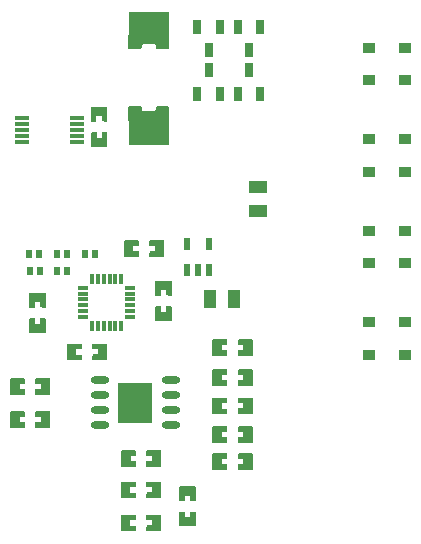
<source format=gbp>
G04 Layer: BottomPasteMaskLayer*
G04 EasyEDA Pro v2.2.45.4, 2026-01-20 19:36:07*
G04 Gerber Generator version 0.3*
G04 Scale: 100 percent, Rotated: No, Reflected: No*
G04 Dimensions in millimeters*
G04 Leading zeros omitted, absolute positions, 4 integers and 5 decimals*
G04 Generated by one-click*
%FSLAX45Y45*%
%MOMM*%
%ADD10R,3.5X2.0*%
%ADD11R,1.0X1.55001*%
%ADD12R,0.7X1.25001*%
%ADD13O,1.6X0.6*%
%ADD14R,2.99999X3.49999*%
%ADD15R,0.3X0.9*%
%ADD16R,0.9X0.3*%
%ADD17R,0.6X1.0*%
%ADD18R,1.3X0.3*%
%ADD19R,0.6047X0.64999*%
%ADD20R,0.59995X0.64999*%
%ADD21R,1.55001X1.0*%
%ADD22R,1.0X0.85001*%
G75*


G04 PolygonModel Start*
G36*
G01X2158500Y-462102D02*
G01X2286498Y-462102D01*
G01X2291499Y-457101D01*
G01X2291499Y-342100D01*
G01X2286498Y-337101D01*
G01X2245495Y-336598D01*
G01X2245495Y-381599D01*
G01X2200496Y-381599D01*
G01X2200496Y-337599D01*
G01X2158500Y-337101D01*
G01X2153498Y-342100D01*
G01X2153498Y-457101D01*
G01X2158500Y-462102D01*
G37*
G36*
G01X2158500Y-247101D02*
G01X2200496Y-247099D01*
G01X2200496Y-202601D01*
G01X2245495Y-202601D01*
G01X2245495Y-246598D01*
G01X2286498Y-247101D01*
G01X2291499Y-242100D01*
G01X2291499Y-127102D01*
G01X2286498Y-122100D01*
G01X2158500Y-122100D01*
G01X2153498Y-127102D01*
G01X2153498Y-242100D01*
G01X2158500Y-247101D01*
G37*
G36*
G01X1998802Y50300D02*
G01X1998802Y178298D01*
G01X1993801Y183299D01*
G01X1878800Y183299D01*
G01X1873801Y178298D01*
G01X1873298Y137295D01*
G01X1918299Y137295D01*
G01X1918299Y92296D01*
G01X1874299Y92296D01*
G01X1873801Y50300D01*
G01X1878800Y45298D01*
G01X1993801Y45298D01*
G01X1998802Y50300D01*
G37*
G36*
G01X1783801Y50300D02*
G01X1783799Y92296D01*
G01X1739301Y92296D01*
G01X1739301Y137295D01*
G01X1783298Y137295D01*
G01X1783801Y178298D01*
G01X1778800Y183299D01*
G01X1663802Y183299D01*
G01X1658800Y178298D01*
G01X1658800Y50300D01*
G01X1663802Y45298D01*
G01X1778800Y45298D01*
G01X1783801Y50300D01*
G37*
G36*
G01X1059002Y380500D02*
G01X1059002Y508498D01*
G01X1054001Y513499D01*
G01X939000Y513499D01*
G01X934001Y508498D01*
G01X933498Y467495D01*
G01X978499Y467495D01*
G01X978499Y422496D01*
G01X934499Y422496D01*
G01X934001Y380500D01*
G01X939000Y375498D01*
G01X1054001Y375498D01*
G01X1059002Y380500D01*
G37*
G36*
G01X844001Y380500D02*
G01X843999Y422496D01*
G01X799501Y422496D01*
G01X799501Y467495D01*
G01X843498Y467495D01*
G01X844001Y508498D01*
G01X839000Y513499D01*
G01X724002Y513499D01*
G01X719000Y508498D01*
G01X719000Y380500D01*
G01X724002Y375498D01*
G01X839000Y375498D01*
G01X844001Y380500D01*
G37*
G36*
G01X1059002Y659900D02*
G01X1059002Y787898D01*
G01X1054001Y792899D01*
G01X939000Y792899D01*
G01X934001Y787898D01*
G01X933498Y746895D01*
G01X978499Y746895D01*
G01X978499Y701896D01*
G01X934499Y701896D01*
G01X934001Y659900D01*
G01X939000Y654898D01*
G01X1054001Y654898D01*
G01X1059002Y659900D01*
G37*
G36*
G01X844001Y659900D02*
G01X843999Y701896D01*
G01X799501Y701896D01*
G01X799501Y746895D01*
G01X843498Y746895D01*
G01X844001Y787898D01*
G01X839000Y792899D01*
G01X724002Y792899D01*
G01X719000Y787898D01*
G01X719000Y659900D01*
G01X724002Y654898D01*
G01X839000Y654898D01*
G01X844001Y659900D01*
G37*
G36*
G01X2773998Y253500D02*
G01X2773998Y381498D01*
G01X2768996Y386499D01*
G01X2653995Y386499D01*
G01X2648996Y381498D01*
G01X2648494Y340495D01*
G01X2693495Y340495D01*
G01X2693495Y295496D01*
G01X2649494Y295496D01*
G01X2648996Y253500D01*
G01X2653995Y248498D01*
G01X2768996Y248498D01*
G01X2773998Y253500D01*
G37*
G36*
G01X2433003Y381500D02*
G01X2433003Y253502D01*
G01X2438004Y248501D01*
G01X2553005Y248501D01*
G01X2558004Y253502D01*
G01X2558506Y294505D01*
G01X2513505Y294505D01*
G01X2513505Y339504D01*
G01X2557506Y339504D01*
G01X2558004Y381500D01*
G01X2553005Y386502D01*
G01X2438004Y386502D01*
G01X2433003Y381500D01*
G37*
G36*
G01X1999298Y-216400D02*
G01X1999298Y-88402D01*
G01X1994296Y-83401D01*
G01X1879295Y-83401D01*
G01X1874296Y-88402D01*
G01X1873794Y-129405D01*
G01X1918795Y-129405D01*
G01X1918795Y-174404D01*
G01X1874794Y-174404D01*
G01X1874296Y-216400D01*
G01X1879295Y-221402D01*
G01X1994296Y-221402D01*
G01X1999298Y-216400D01*
G37*
G36*
G01X1658303Y-88400D02*
G01X1658303Y-216398D01*
G01X1663304Y-221399D01*
G01X1778305Y-221399D01*
G01X1783304Y-216398D01*
G01X1783806Y-175395D01*
G01X1738805Y-175395D01*
G01X1738805Y-130396D01*
G01X1782806Y-130396D01*
G01X1783304Y-88400D01*
G01X1778305Y-83398D01*
G01X1663304Y-83398D01*
G01X1658303Y-88400D01*
G37*
G36*
G01X2433003Y1118100D02*
G01X2433003Y990102D01*
G01X2438004Y985101D01*
G01X2553005Y985101D01*
G01X2558004Y990102D01*
G01X2558506Y1031105D01*
G01X2513505Y1031105D01*
G01X2513505Y1076104D01*
G01X2557506Y1076104D01*
G01X2558004Y1118100D01*
G01X2553005Y1123102D01*
G01X2438004Y1123102D01*
G01X2433003Y1118100D01*
G37*
G36*
G01X2773998Y990100D02*
G01X2773998Y1118098D01*
G01X2768996Y1123099D01*
G01X2653995Y1123099D01*
G01X2648996Y1118098D01*
G01X2648494Y1077095D01*
G01X2693495Y1077095D01*
G01X2693495Y1032096D01*
G01X2649494Y1032096D01*
G01X2648996Y990100D01*
G01X2653995Y985098D01*
G01X2768996Y985098D01*
G01X2773998Y990100D01*
G37*
G36*
G01X2773998Y494800D02*
G01X2773998Y622798D01*
G01X2768996Y627799D01*
G01X2653995Y627799D01*
G01X2648996Y622798D01*
G01X2648494Y581795D01*
G01X2693495Y581795D01*
G01X2693495Y536796D01*
G01X2649494Y536796D01*
G01X2648996Y494800D01*
G01X2653995Y489798D01*
G01X2768996Y489798D01*
G01X2773998Y494800D01*
G37*
G36*
G01X2433003Y622800D02*
G01X2433003Y494802D01*
G01X2438004Y489801D01*
G01X2553005Y489801D01*
G01X2558004Y494802D01*
G01X2558506Y535805D01*
G01X2513505Y535805D01*
G01X2513505Y580804D01*
G01X2557506Y580804D01*
G01X2558004Y622800D01*
G01X2553005Y627802D01*
G01X2438004Y627802D01*
G01X2433003Y622800D01*
G37*
G36*
G01X2773998Y736100D02*
G01X2773998Y864098D01*
G01X2768996Y869099D01*
G01X2653995Y869099D01*
G01X2648996Y864098D01*
G01X2648494Y823095D01*
G01X2693495Y823095D01*
G01X2693495Y778096D01*
G01X2649494Y778096D01*
G01X2648996Y736100D01*
G01X2653995Y731098D01*
G01X2768996Y731098D01*
G01X2773998Y736100D01*
G37*
G36*
G01X2433003Y864100D02*
G01X2433003Y736102D01*
G01X2438004Y731101D01*
G01X2553005Y731101D01*
G01X2558004Y736102D01*
G01X2558506Y777105D01*
G01X2513505Y777105D01*
G01X2513505Y822104D01*
G01X2557506Y822104D01*
G01X2558004Y864100D01*
G01X2553005Y869102D01*
G01X2438004Y869102D01*
G01X2433003Y864100D01*
G37*
G36*
G01X1683703Y1956300D02*
G01X1683703Y1828302D01*
G01X1688704Y1823301D01*
G01X1803705Y1823301D01*
G01X1808704Y1828302D01*
G01X1809206Y1869305D01*
G01X1764205Y1869305D01*
G01X1764205Y1914304D01*
G01X1808206Y1914304D01*
G01X1808704Y1956300D01*
G01X1803705Y1961302D01*
G01X1688704Y1961302D01*
G01X1683703Y1956300D01*
G37*
G36*
G01X2024698Y1828300D02*
G01X2024698Y1956298D01*
G01X2019696Y1961299D01*
G01X1904695Y1961299D01*
G01X1899696Y1956298D01*
G01X1899194Y1915295D01*
G01X1944195Y1915295D01*
G01X1944195Y1870296D01*
G01X1900194Y1870296D01*
G01X1899696Y1828300D01*
G01X1904695Y1823298D01*
G01X2019696Y1823298D01*
G01X2024698Y1828300D01*
G37*
G36*
G01X2773998Y24900D02*
G01X2773998Y152898D01*
G01X2768996Y157899D01*
G01X2653995Y157899D01*
G01X2648996Y152898D01*
G01X2648494Y111895D01*
G01X2693495Y111895D01*
G01X2693495Y66896D01*
G01X2649494Y66896D01*
G01X2648996Y24900D01*
G01X2653995Y19898D01*
G01X2768996Y19898D01*
G01X2773998Y24900D01*
G37*
G36*
G01X2433003Y152900D02*
G01X2433003Y24902D01*
G01X2438004Y19901D01*
G01X2553005Y19901D01*
G01X2558004Y24902D01*
G01X2558506Y65905D01*
G01X2513505Y65905D01*
G01X2513505Y110904D01*
G01X2557506Y110904D01*
G01X2558004Y152900D01*
G01X2553005Y157902D01*
G01X2438004Y157902D01*
G01X2433003Y152900D01*
G37*
G36*
G01X1016500Y1516698D02*
G01X888502Y1516698D01*
G01X883501Y1511696D01*
G01X883501Y1396695D01*
G01X888502Y1391696D01*
G01X929505Y1391194D01*
G01X929505Y1436195D01*
G01X974504Y1436195D01*
G01X974504Y1392194D01*
G01X1016500Y1391696D01*
G01X1021502Y1396695D01*
G01X1021502Y1511696D01*
G01X1016500Y1516698D01*
G37*
G36*
G01X888500Y1175703D02*
G01X1016498Y1175703D01*
G01X1021499Y1180704D01*
G01X1021499Y1295705D01*
G01X1016498Y1300704D01*
G01X975495Y1301206D01*
G01X975495Y1256205D01*
G01X930496Y1256205D01*
G01X930496Y1300206D01*
G01X888500Y1300704D01*
G01X883498Y1295705D01*
G01X883498Y1180704D01*
G01X888500Y1175703D01*
G37*
G36*
G01X1542098Y952000D02*
G01X1542098Y1079998D01*
G01X1537096Y1084999D01*
G01X1422095Y1084999D01*
G01X1417096Y1079998D01*
G01X1416594Y1038995D01*
G01X1461595Y1038995D01*
G01X1461595Y993996D01*
G01X1417594Y993996D01*
G01X1417096Y952000D01*
G01X1422095Y946998D01*
G01X1537096Y946998D01*
G01X1542098Y952000D01*
G37*
G36*
G01X1201103Y1080000D02*
G01X1201103Y952002D01*
G01X1206104Y947001D01*
G01X1321105Y947001D01*
G01X1326104Y952002D01*
G01X1326606Y993005D01*
G01X1281605Y993005D01*
G01X1281605Y1038004D01*
G01X1325606Y1038004D01*
G01X1326104Y1080000D01*
G01X1321105Y1085002D01*
G01X1206104Y1085002D01*
G01X1201103Y1080000D01*
G37*
G36*
G01X2083300Y1618298D02*
G01X1955302Y1618298D01*
G01X1950301Y1613296D01*
G01X1950301Y1498295D01*
G01X1955302Y1493296D01*
G01X1996305Y1492794D01*
G01X1996305Y1537795D01*
G01X2041304Y1537795D01*
G01X2041304Y1493794D01*
G01X2083300Y1493296D01*
G01X2088302Y1498295D01*
G01X2088302Y1613296D01*
G01X2083300Y1618298D01*
G37*
G36*
G01X1955300Y1277303D02*
G01X2083298Y1277303D01*
G01X2088299Y1282304D01*
G01X2088299Y1397305D01*
G01X2083298Y1402304D01*
G01X2042295Y1402806D01*
G01X2042295Y1357805D01*
G01X1997296Y1357805D01*
G01X1997296Y1401806D01*
G01X1955300Y1402304D01*
G01X1950298Y1397305D01*
G01X1950298Y1282304D01*
G01X1955300Y1277303D01*
G37*
G36*
G01X1409200Y2750503D02*
G01X1537198Y2750503D01*
G01X1542199Y2755504D01*
G01X1542199Y2870505D01*
G01X1537198Y2875504D01*
G01X1496195Y2876006D01*
G01X1496195Y2831005D01*
G01X1451196Y2831005D01*
G01X1451196Y2875006D01*
G01X1409200Y2875504D01*
G01X1404198Y2870505D01*
G01X1404198Y2755504D01*
G01X1409200Y2750503D01*
G37*
G36*
G01X1537200Y3091498D02*
G01X1409202Y3091498D01*
G01X1404201Y3086496D01*
G01X1404201Y2971495D01*
G01X1409202Y2966496D01*
G01X1450205Y2965994D01*
G01X1450205Y3010995D01*
G01X1495204Y3010995D01*
G01X1495204Y2966994D01*
G01X1537200Y2966496D01*
G01X1542202Y2971495D01*
G01X1542202Y3086496D01*
G01X1537200Y3091498D01*
G37*
G36*
G01X1999298Y-495800D02*
G01X1999298Y-367802D01*
G01X1994296Y-362801D01*
G01X1879295Y-362801D01*
G01X1874296Y-367802D01*
G01X1873794Y-408805D01*
G01X1918795Y-408805D01*
G01X1918795Y-453804D01*
G01X1874794Y-453804D01*
G01X1874296Y-495800D01*
G01X1879295Y-500802D01*
G01X1994296Y-500802D01*
G01X1999298Y-495800D01*
G37*
G36*
G01X1658303Y-367800D02*
G01X1658303Y-495798D01*
G01X1663304Y-500799D01*
G01X1778305Y-500799D01*
G01X1783304Y-495798D01*
G01X1783806Y-454795D01*
G01X1738805Y-454795D01*
G01X1738805Y-409796D01*
G01X1782806Y-409796D01*
G01X1783304Y-367800D01*
G01X1778305Y-362798D01*
G01X1663304Y-362798D01*
G01X1658303Y-367800D01*
G37*
G36*
G01X2055099Y3097601D02*
G01X1961053Y3097601D01*
G01X1951053Y3087601D01*
G01X1951053Y3063994D01*
G01X1941053Y3053994D01*
G01X1843547Y3053994D01*
G01X1833547Y3063994D01*
G01X1833547Y3087601D01*
G01X1823547Y3097601D01*
G01X1729501Y3097601D01*
G01X1719501Y3087601D01*
G01X1719501Y2979346D01*
G01X1729501Y2969346D01*
G01X2055099Y2969346D01*
G01X2065099Y2979346D01*
G01X2065099Y3087601D01*
G01X2055099Y3097601D01*
G37*
G36*
G01X2055099Y3582599D02*
G01X1961053Y3582599D01*
G01X1951053Y3592599D01*
G01X1951053Y3616206D01*
G01X1941053Y3626206D01*
G01X1843547Y3626206D01*
G01X1833547Y3616206D01*
G01X1833547Y3592599D01*
G01X1823547Y3582599D01*
G01X1729501Y3582599D01*
G01X1719501Y3592599D01*
G01X1719501Y3700854D01*
G01X1729501Y3710854D01*
G01X2055099Y3710854D01*
G01X2065099Y3700854D01*
G01X2065099Y3592599D01*
G01X2055099Y3582599D01*
G37*

G04 Pad Start*
G54D10*
G01X1892300Y2870200D03*
G01X1892300Y3789335D03*
G54D11*
G01X2614600Y1460500D03*
G01X2414600Y1460500D03*
G54D12*
G01X2838196Y3202000D03*
G01X2648204Y3202000D03*
G01X2743200Y3402000D03*
G01X2495921Y3202625D03*
G01X2305929Y3202625D03*
G01X2400925Y3402625D03*
G54D13*
G01X1478001Y393700D03*
G01X1478001Y520700D03*
G01X1478001Y647700D03*
G01X1478001Y774700D03*
G01X2077999Y393700D03*
G01X2077999Y520700D03*
G01X2077999Y647700D03*
G01X2077999Y774700D03*
G54D14*
G01X1778000Y584200D03*
G54D15*
G01X1661693Y1235100D03*
G01X1611706Y1235100D03*
G01X1561694Y1235100D03*
G01X1511706Y1235100D03*
G01X1461694Y1235100D03*
G01X1411707Y1235100D03*
G54D16*
G01X1336700Y1310107D03*
G01X1336700Y1360094D03*
G01X1336700Y1410106D03*
G01X1336700Y1460094D03*
G01X1336700Y1510106D03*
G01X1336700Y1560093D03*
G54D15*
G01X1411707Y1635100D03*
G01X1461694Y1635100D03*
G01X1511706Y1635100D03*
G01X1561694Y1635100D03*
G01X1611706Y1635100D03*
G01X1661693Y1635100D03*
G54D16*
G01X1736700Y1560093D03*
G01X1736700Y1510106D03*
G01X1736700Y1460094D03*
G01X1736700Y1410106D03*
G01X1736700Y1360094D03*
G01X1736700Y1310107D03*
G54D17*
G01X2311400Y1706093D03*
G01X2216404Y1706093D03*
G01X2406396Y1706093D03*
G01X2216404Y1926107D03*
G01X2406396Y1926107D03*
G54D18*
G01X1289101Y2995600D03*
G01X1289101Y2945613D03*
G01X1289101Y2895625D03*
G01X1289101Y2845613D03*
G01X1289101Y2795600D03*
G01X819099Y2795626D03*
G01X819099Y2845613D03*
G01X819099Y2895600D03*
G01X819099Y2945613D03*
G01X819099Y2995625D03*
G54D20*
G01X1113282Y1701805D03*
G01X1198118Y1701805D03*
G54D21*
G01X2819400Y2211400D03*
G01X2819400Y2411400D03*
G54D20*
G01X1113282Y1841505D03*
G01X1198118Y1841505D03*
G01X1354582Y1841505D03*
G01X1439418Y1841505D03*
G01X882101Y1843749D03*
G01X966937Y1843749D03*
G01X884682Y1701805D03*
G01X969518Y1701805D03*
G54D22*
G01X3761600Y3591890D03*
G01X3761600Y3316910D03*
G01X4061600Y3591890D03*
G01X4061600Y3316910D03*
G01X3760600Y2817190D03*
G01X3760600Y2542210D03*
G01X4060599Y2817190D03*
G01X4060599Y2542210D03*
G01X3760600Y2042490D03*
G01X3760600Y1767510D03*
G01X4060599Y2042490D03*
G01X4060599Y1767510D03*
G01X3761600Y1267790D03*
G01X3761600Y992810D03*
G01X4061600Y1267790D03*
G01X4061600Y992810D03*
G54D12*
G01X2305304Y3770300D03*
G01X2495296Y3770300D03*
G01X2400300Y3570300D03*
G01X2648204Y3770300D03*
G01X2838196Y3770300D03*
G01X2743200Y3570300D03*
G04 Pad End*

M02*


</source>
